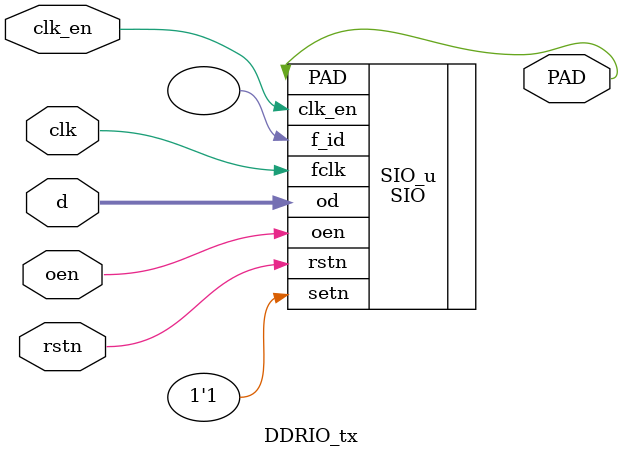
<source format=v>
module hme_ip_rgmii_tx(

	input          clk_eth        ,
	input          clk_eth_90d    ,
	input          i_tx_clk_d0    ,
	input          i_tx_clk_d1    ,

	input          gmii_tx_en     ,
	input  [7:0]   gmii_txd       ,
	input          gmii_tx_er     ,

	output         rgmii_txc      ,
	output         rgmii_tx_ctl   ,
	output [3:0]   rgmii_txd
);

/*
	//high 4 bit first
	DDRIO_tx U_DDRIO_TX_CLK(
			.clk_en	 ( 1'b1             ),
			.clk     (clk_eth           ),
			.oen  	 ( 1'd1             ),
			.d       ({i_tx_clk_d1,i_tx_clk_d0}),
			.rstn    (1'd1              ),
			.PAD     (rgmii_txc         )
		); 
*/
	ddr_tx U_DDRIO_OUT_CLK(   
		.pad   (rgmii_txc),
		.clktx (clk_eth),
		.rst   (1'b0),
		.oen   (1'b0),
		.din   ({i_tx_clk_d1,i_tx_clk_d0})
	);


/*
	DDRIO_tx U_DDRIO_TX_EN (
			.clk_en	 ( 1'b1             ),
			.clk     (clk_eth           ),
			.oen  	 ( 1'd1             ),
			.d       ({gmii_tx_en,gmii_tx_en^gmii_tx_er}),
			.rstn    (1'd1              ),
			.PAD     (rgmii_tx_ctl      )
		);    
*/       
	ddr_tx U_DDRIO_OUT_EN (    
		.pad   (rgmii_tx_ctl),
		.clktx (clk_eth),
		.rst   (1'b0),
		.oen   (1'b0),
		.din   ({gmii_tx_en,gmii_tx_en^gmii_tx_er})
	);

	genvar i;
/*
	generate for(i=0;i<4;i=i+1)
	begin :txdata_out
	DDRIO_tx U_DDRIO_TX_DATA(
			.clk_en	 ( 1'b1 ),
			.clk     (clk_eth           ),
			.oen  	 ( 1'd1             ),
			.d       ({gmii_txd[i] ,gmii_txd[i+4]}),
			.rstn    (1'd1              ),
			.PAD     (rgmii_txd[i]      )
		);                           
	end
	endgenerate
*/
generate
	for (i = 0; i < 4; i=i+1) begin
		ddr_tx U_DDRIO_OUT_DATA
			(
			.pad   (rgmii_txd[i]),
			.clktx (clk_eth),
			.rst   (1'b0),
			.oen   (1'b0),
			.din   ({gmii_txd[i],gmii_txd[i+4]})
			);
	end
endgenerate


endmodule

module DDRIO_tx (
    input           clk_en ,
    input           clk    ,
    input           oen    ,
    input   [1:0]   d      ,
    input           rstn   ,

    output          PAD    
);

    SIO SIO_u (
        .f_id  (),
        .clk_en(clk_en  ),
        .fclk  (clk     ),
        .od    (d       ),
        .oen   (oen     ),
        .rstn  (rstn    ),
        .setn  (1'b1    ),
        .PAD   (PAD     )
    );
	
	defparam    SIO_u.KEEP        = 0      ;
    defparam    SIO_u.NDR         = 8      ;
    defparam    SIO_u.NS_LV       = 1      ;
    defparam    SIO_u.PDR         = 20     ;
	
    defparam    SIO_u.OEN_SEL    = 2'b01   ; //输出 
    defparam    SIO_u.OUT_SEL    = 2'b10   ; //11：~od  10：od
    defparam    SIO_u.DDR_EN     = 1'b1    ; //DDR enable
    defparam    SIO_u.FOUT_SEL   = 1'b1    ;
    defparam    SIO_u.DDR_REG_EN = 1'b1    ;

    // od[ne, po]

    //defparam SIO_u.OEN_SEL = 2'b11;	//oen   0:输出关闭，1:输出开启
    //defparam SIO_u.OEN_SEL = 2'b10;	//oen   0:输出开启，1:输出关闭
    //defparam SIO_u.OEN_SEL = 2'b01;	//输出开启
    //defparam SIO_u.OEN_SEL = 2'b00;	//输出关闭
endmodule
</source>
